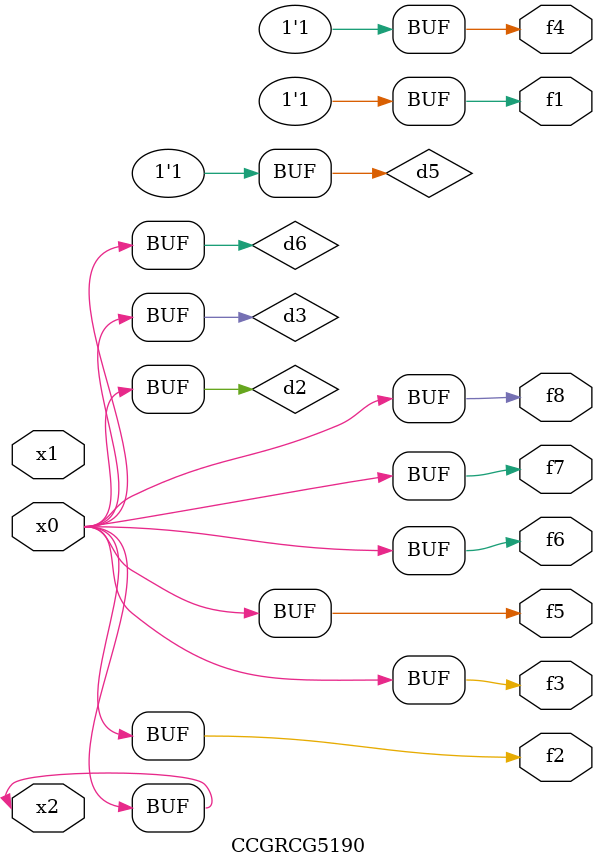
<source format=v>
module CCGRCG5190(
	input x0, x1, x2,
	output f1, f2, f3, f4, f5, f6, f7, f8
);

	wire d1, d2, d3, d4, d5, d6;

	xnor (d1, x2);
	buf (d2, x0, x2);
	and (d3, x0);
	xnor (d4, x1, x2);
	nand (d5, d1, d3);
	buf (d6, d2, d3);
	assign f1 = d5;
	assign f2 = d6;
	assign f3 = d6;
	assign f4 = d5;
	assign f5 = d6;
	assign f6 = d6;
	assign f7 = d6;
	assign f8 = d6;
endmodule

</source>
